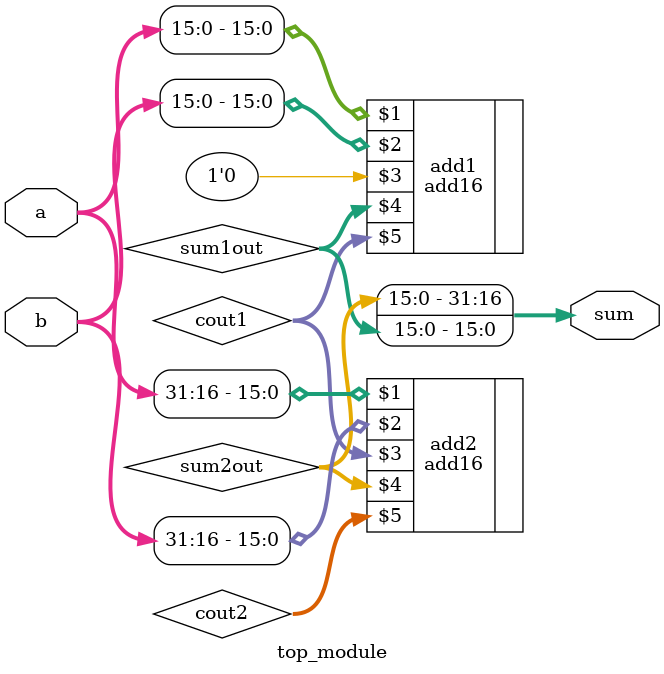
<source format=v>
/*
 * Project name   :
 * File name      : module_add.v
 * Created date   : Th08 23 2018
 * Author         : Van-Nam DINH 
 * Last modified  : Th08 23 2018 14:25
 * Desc           :
 */

module top_module (
   input    [31:0]  a,
   input    [31:0]  b, 
   output   [31:0]  sum
   );
   //main top module code here
   wire [15:0]      cout1,cout2,cin1,cin2;
   wire [15:0]      sum1out;
   wire [15:0]      sum2out;
   add16 add1 (a[15:0],b[15:0], 1'b0, sum1out, cout1);
   add16 add2 (a[31:16], b[31:16], cout1, sum2out, cout2);
   assign sum = {sum2out,sum1out};
   endmodule

</source>
